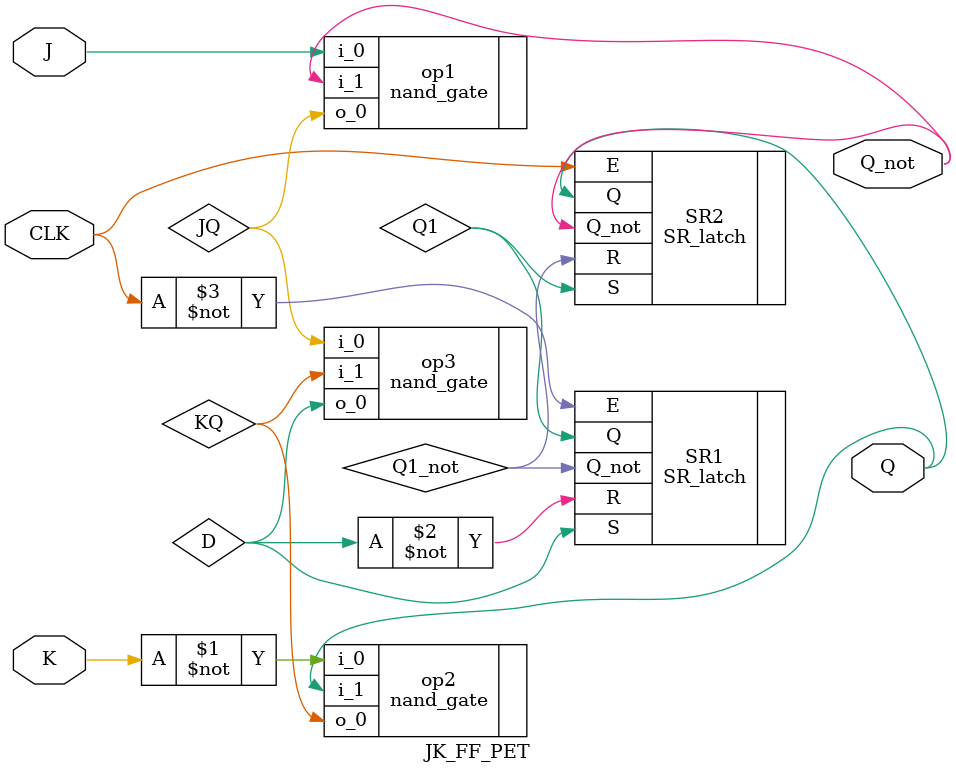
<source format=v>
`timescale 1ns / 1ps

module JK_FF_PET(
    input [0:0] J,
    input [0:0] K,
    input [0:0] CLK,
    output [0:0] Q,
    output [0:0] Q_not
    );

    wire D, JQ, KQ;
    nand_gate op1(.i_0(J),  .i_1(Q_not), .o_0(JQ));
    nand_gate op2(.i_0(~K), .i_1(Q),     .o_0(KQ));
    nand_gate op3(.i_0(JQ), .i_1(KQ),    .o_0(D) );

    wire Q1, Q1_not;
    SR_latch SR1(.S(D), .R(~D), .E(~CLK), .Q(Q1), .Q_not(Q1_not));
    SR_latch SR2(.S(Q1), .R(Q1_not), .E(CLK), .Q(Q), .Q_not(Q_not));
endmodule


</source>
